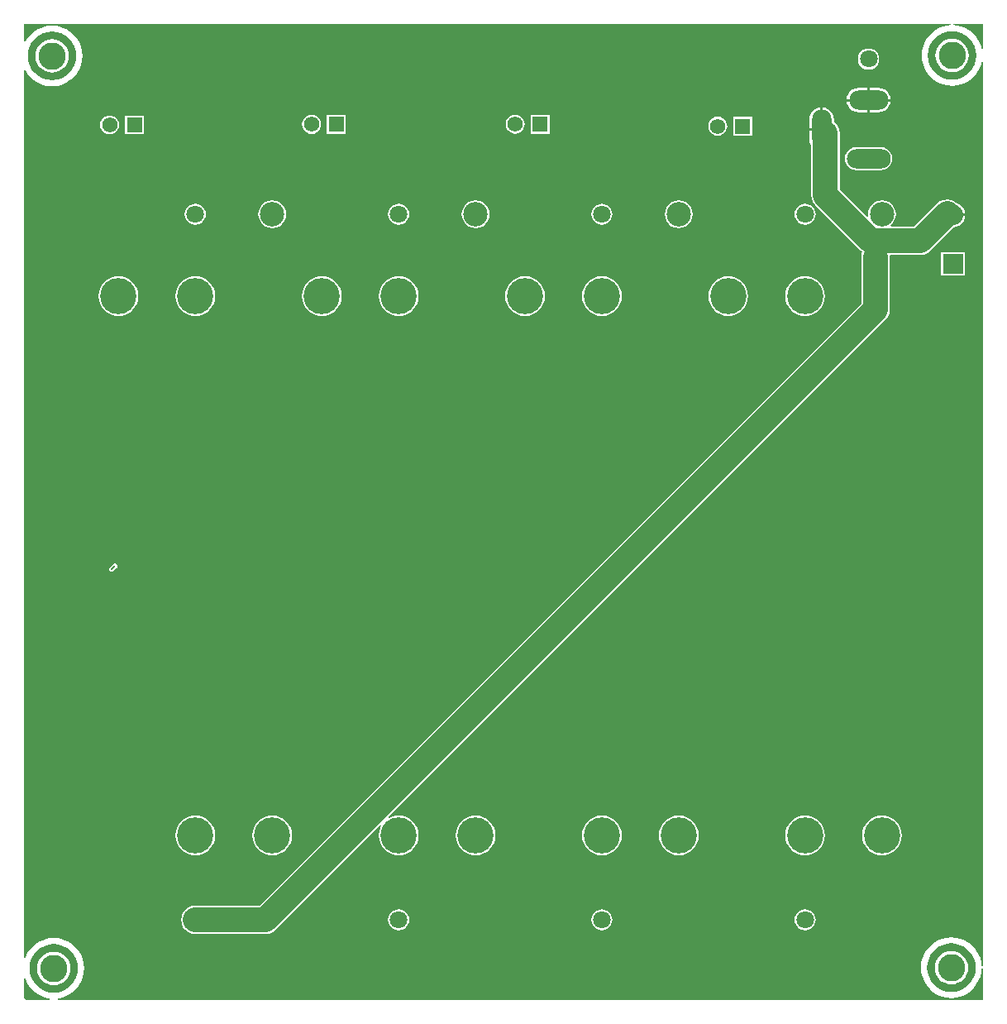
<source format=gtl>
G04*
G04 #@! TF.GenerationSoftware,Altium Limited,Altium Designer,19.1.5 (86)*
G04*
G04 Layer_Physical_Order=1*
G04 Layer_Color=255*
%FSLAX24Y24*%
%MOIN*%
G70*
G01*
G75*
%ADD23C,0.1000*%
%ADD24C,0.0200*%
%ADD25C,0.0070*%
%ADD26C,0.1457*%
%ADD27C,0.0709*%
%ADD28C,0.0984*%
%ADD29C,0.0800*%
%ADD30R,0.0800X0.0800*%
%ADD31O,0.1772X0.0787*%
%ADD32O,0.1575X0.0787*%
%ADD33O,0.0787X0.1575*%
%ADD34R,0.0620X0.0620*%
%ADD35C,0.0620*%
%ADD36C,0.1100*%
G36*
X38660Y38225D02*
X38610Y38219D01*
X38584Y38328D01*
X38510Y38506D01*
X38410Y38669D01*
X38285Y38815D01*
X38139Y38940D01*
X37976Y39040D01*
X37798Y39114D01*
X37611Y39159D01*
X37468Y39170D01*
X37470Y39220D01*
X38660D01*
Y38225D01*
D02*
G37*
G36*
X37611Y38911D02*
X37795Y38855D01*
X37964Y38765D01*
X38113Y38643D01*
X38235Y38494D01*
X38325Y38325D01*
X38381Y38141D01*
X38400Y37950D01*
X38381Y37759D01*
X38325Y37575D01*
X38235Y37406D01*
X38113Y37257D01*
X37964Y37135D01*
X37795Y37045D01*
X37611Y36989D01*
X37420Y36970D01*
X37229Y36989D01*
X37045Y37045D01*
X36876Y37135D01*
X36727Y37257D01*
X36605Y37406D01*
X36515Y37575D01*
X36459Y37759D01*
X36440Y37950D01*
X36459Y38141D01*
X36515Y38325D01*
X36605Y38494D01*
X36727Y38643D01*
X36876Y38765D01*
X37045Y38855D01*
X37229Y38911D01*
X37420Y38930D01*
X37611Y38911D01*
D02*
G37*
G36*
X1321Y38891D02*
X1505Y38835D01*
X1674Y38745D01*
X1823Y38623D01*
X1945Y38474D01*
X2035Y38305D01*
X2091Y38121D01*
X2110Y37930D01*
X2091Y37739D01*
X2035Y37555D01*
X1945Y37386D01*
X1823Y37237D01*
X1674Y37115D01*
X1505Y37025D01*
X1321Y36969D01*
X1130Y36950D01*
X939Y36969D01*
X755Y37025D01*
X586Y37115D01*
X437Y37237D01*
X315Y37386D01*
X225Y37555D01*
X169Y37739D01*
X150Y37930D01*
X169Y38121D01*
X225Y38305D01*
X315Y38474D01*
X437Y38623D01*
X586Y38745D01*
X755Y38835D01*
X939Y38891D01*
X1130Y38910D01*
X1321Y38891D01*
D02*
G37*
G36*
X37372Y39170D02*
X37229Y39159D01*
X37042Y39114D01*
X36864Y39040D01*
X36701Y38940D01*
X36555Y38815D01*
X36430Y38669D01*
X36330Y38506D01*
X36256Y38328D01*
X36211Y38141D01*
X36196Y37950D01*
X36211Y37759D01*
X36256Y37572D01*
X36330Y37394D01*
X36430Y37231D01*
X36555Y37085D01*
X36701Y36960D01*
X36864Y36860D01*
X37042Y36786D01*
X37229Y36741D01*
X37420Y36726D01*
X37611Y36741D01*
X37798Y36786D01*
X37976Y36860D01*
X38139Y36960D01*
X38285Y37085D01*
X38410Y37231D01*
X38510Y37394D01*
X38584Y37572D01*
X38610Y37681D01*
X38660Y37675D01*
X38660Y1240D01*
X38610Y1238D01*
X38599Y1381D01*
X38554Y1568D01*
X38480Y1746D01*
X38380Y1909D01*
X38255Y2055D01*
X38109Y2180D01*
X37946Y2280D01*
X37768Y2354D01*
X37581Y2399D01*
X37390Y2414D01*
X37199Y2399D01*
X37012Y2354D01*
X36834Y2280D01*
X36671Y2180D01*
X36525Y2055D01*
X36400Y1909D01*
X36300Y1746D01*
X36226Y1568D01*
X36181Y1381D01*
X36166Y1190D01*
X36181Y999D01*
X36226Y812D01*
X36300Y634D01*
X36400Y471D01*
X36525Y325D01*
X36671Y200D01*
X36834Y100D01*
X37012Y26D01*
X37199Y-19D01*
X37390Y-34D01*
X37581Y-19D01*
X37768Y26D01*
X37946Y100D01*
X38109Y200D01*
X38255Y325D01*
X38380Y471D01*
X38480Y634D01*
X38554Y812D01*
X38599Y999D01*
X38610Y1142D01*
X38660Y1140D01*
X38660Y-100D01*
X1377Y-100D01*
X1375Y-50D01*
X1391Y-49D01*
X1578Y-4D01*
X1756Y70D01*
X1919Y170D01*
X2065Y295D01*
X2190Y441D01*
X2290Y604D01*
X2364Y782D01*
X2409Y969D01*
X2424Y1160D01*
X2409Y1351D01*
X2364Y1538D01*
X2290Y1716D01*
X2190Y1879D01*
X2065Y2025D01*
X1919Y2150D01*
X1756Y2250D01*
X1578Y2324D01*
X1391Y2369D01*
X1200Y2384D01*
X1009Y2369D01*
X822Y2324D01*
X644Y2250D01*
X481Y2150D01*
X335Y2025D01*
X210Y1879D01*
X110Y1716D01*
X50Y1572D01*
X0Y1582D01*
X0Y37343D01*
X50Y37357D01*
X140Y37211D01*
X265Y37065D01*
X411Y36940D01*
X574Y36840D01*
X752Y36766D01*
X939Y36721D01*
X1130Y36706D01*
X1321Y36721D01*
X1508Y36766D01*
X1686Y36840D01*
X1849Y36940D01*
X1995Y37065D01*
X2120Y37211D01*
X2220Y37374D01*
X2294Y37552D01*
X2339Y37739D01*
X2354Y37930D01*
X2339Y38121D01*
X2294Y38308D01*
X2220Y38486D01*
X2120Y38649D01*
X1995Y38795D01*
X1849Y38920D01*
X1686Y39020D01*
X1508Y39094D01*
X1321Y39139D01*
X1130Y39154D01*
X939Y39139D01*
X752Y39094D01*
X574Y39020D01*
X411Y38920D01*
X265Y38795D01*
X140Y38649D01*
X50Y38503D01*
X0Y38517D01*
Y39220D01*
X37370Y39220D01*
X37372Y39170D01*
D02*
G37*
G36*
X37581Y2151D02*
X37765Y2095D01*
X37934Y2005D01*
X38083Y1883D01*
X38205Y1734D01*
X38295Y1565D01*
X38351Y1381D01*
X38370Y1190D01*
X38351Y999D01*
X38295Y815D01*
X38205Y646D01*
X38083Y497D01*
X37934Y375D01*
X37765Y285D01*
X37581Y229D01*
X37390Y210D01*
X37199Y229D01*
X37015Y285D01*
X36846Y375D01*
X36697Y497D01*
X36575Y646D01*
X36485Y815D01*
X36429Y999D01*
X36410Y1190D01*
X36429Y1381D01*
X36485Y1565D01*
X36575Y1734D01*
X36697Y1883D01*
X36846Y2005D01*
X37015Y2095D01*
X37199Y2151D01*
X37390Y2170D01*
X37581Y2151D01*
D02*
G37*
G36*
X1391Y2121D02*
X1575Y2065D01*
X1744Y1975D01*
X1893Y1853D01*
X2015Y1704D01*
X2105Y1535D01*
X2161Y1351D01*
X2180Y1160D01*
X2161Y969D01*
X2105Y785D01*
X2015Y616D01*
X1893Y467D01*
X1744Y345D01*
X1575Y255D01*
X1391Y199D01*
X1200Y180D01*
X1009Y199D01*
X825Y255D01*
X656Y345D01*
X507Y467D01*
X385Y616D01*
X295Y785D01*
X239Y969D01*
X220Y1160D01*
X239Y1351D01*
X295Y1535D01*
X385Y1704D01*
X507Y1853D01*
X656Y1975D01*
X825Y2065D01*
X1009Y2121D01*
X1200Y2140D01*
X1391Y2121D01*
D02*
G37*
G36*
X110Y604D02*
X210Y441D01*
X335Y295D01*
X481Y170D01*
X644Y70D01*
X822Y-4D01*
X1009Y-49D01*
X1025Y-50D01*
X1023Y-100D01*
X100D01*
X0Y0D01*
Y738D01*
X50Y748D01*
X110Y604D01*
D02*
G37*
%LPC*%
G36*
X37420Y38623D02*
X37289Y38610D01*
X37162Y38572D01*
X37046Y38510D01*
X36944Y38426D01*
X36860Y38324D01*
X36798Y38208D01*
X36760Y38081D01*
X36747Y37950D01*
X36760Y37819D01*
X36798Y37692D01*
X36860Y37576D01*
X36944Y37474D01*
X37046Y37390D01*
X37162Y37328D01*
X37289Y37290D01*
X37420Y37277D01*
X37551Y37290D01*
X37678Y37328D01*
X37794Y37390D01*
X37896Y37474D01*
X37980Y37576D01*
X38042Y37692D01*
X38080Y37819D01*
X38093Y37950D01*
X38080Y38081D01*
X38042Y38208D01*
X37980Y38324D01*
X37896Y38426D01*
X37794Y38510D01*
X37678Y38572D01*
X37551Y38610D01*
X37420Y38623D01*
D02*
G37*
G36*
X1130Y38603D02*
X999Y38590D01*
X872Y38552D01*
X756Y38490D01*
X654Y38406D01*
X570Y38304D01*
X508Y38188D01*
X470Y38061D01*
X457Y37930D01*
X470Y37799D01*
X508Y37672D01*
X570Y37556D01*
X654Y37454D01*
X756Y37370D01*
X872Y37308D01*
X999Y37270D01*
X1130Y37257D01*
X1261Y37270D01*
X1388Y37308D01*
X1504Y37370D01*
X1606Y37454D01*
X1690Y37556D01*
X1752Y37672D01*
X1790Y37799D01*
X1803Y37930D01*
X1790Y38061D01*
X1752Y38188D01*
X1690Y38304D01*
X1606Y38406D01*
X1504Y38490D01*
X1388Y38552D01*
X1261Y38590D01*
X1130Y38603D01*
D02*
G37*
G36*
X34050Y38232D02*
X33939Y38217D01*
X33836Y38174D01*
X33747Y38106D01*
X33679Y38018D01*
X33637Y37914D01*
X33622Y37804D01*
X33637Y37693D01*
X33679Y37590D01*
X33747Y37501D01*
X33836Y37433D01*
X33939Y37390D01*
X34050Y37376D01*
X34161Y37390D01*
X34264Y37433D01*
X34353Y37501D01*
X34421Y37590D01*
X34463Y37693D01*
X34478Y37804D01*
X34463Y37914D01*
X34421Y38018D01*
X34353Y38106D01*
X34264Y38174D01*
X34161Y38217D01*
X34050Y38232D01*
D02*
G37*
G36*
X34444Y36648D02*
X34100D01*
Y36200D01*
X34935D01*
X34925Y36279D01*
X34875Y36399D01*
X34796Y36502D01*
X34693Y36581D01*
X34573Y36631D01*
X34444Y36648D01*
D02*
G37*
G36*
X34000D02*
X33656D01*
X33527Y36631D01*
X33407Y36581D01*
X33304Y36502D01*
X33225Y36399D01*
X33175Y36279D01*
X33165Y36200D01*
X34000D01*
Y36648D01*
D02*
G37*
G36*
X34935Y36100D02*
X34100D01*
Y35652D01*
X34444D01*
X34573Y35669D01*
X34693Y35719D01*
X34796Y35798D01*
X34875Y35901D01*
X34925Y36021D01*
X34935Y36100D01*
D02*
G37*
G36*
X34000D02*
X33165D01*
X33175Y36021D01*
X33225Y35901D01*
X33304Y35798D01*
X33407Y35719D01*
X33527Y35669D01*
X33656Y35652D01*
X34000D01*
Y36100D01*
D02*
G37*
G36*
X32110Y35854D02*
X32031Y35844D01*
X31911Y35794D01*
X31808Y35715D01*
X31729Y35612D01*
X31679Y35491D01*
X31662Y35363D01*
Y35019D01*
X32110D01*
Y35854D01*
D02*
G37*
G36*
X21190Y35560D02*
X20430D01*
Y34800D01*
X21190D01*
Y35560D01*
D02*
G37*
G36*
X19810Y35563D02*
X19711Y35550D01*
X19618Y35512D01*
X19539Y35451D01*
X19478Y35372D01*
X19440Y35279D01*
X19427Y35180D01*
X19440Y35081D01*
X19478Y34988D01*
X19539Y34909D01*
X19618Y34848D01*
X19711Y34810D01*
X19810Y34797D01*
X19909Y34810D01*
X20002Y34848D01*
X20081Y34909D01*
X20142Y34988D01*
X20180Y35081D01*
X20193Y35180D01*
X20180Y35279D01*
X20142Y35372D01*
X20081Y35451D01*
X20002Y35512D01*
X19909Y35550D01*
X19810Y35563D01*
D02*
G37*
G36*
X12970Y35550D02*
X12210D01*
Y34790D01*
X12970D01*
Y35550D01*
D02*
G37*
G36*
X11590Y35553D02*
X11491Y35540D01*
X11398Y35502D01*
X11319Y35441D01*
X11258Y35362D01*
X11220Y35269D01*
X11207Y35170D01*
X11220Y35071D01*
X11258Y34978D01*
X11319Y34899D01*
X11398Y34838D01*
X11491Y34800D01*
X11590Y34787D01*
X11689Y34800D01*
X11782Y34838D01*
X11861Y34899D01*
X11922Y34978D01*
X11960Y35071D01*
X11973Y35170D01*
X11960Y35269D01*
X11922Y35362D01*
X11861Y35441D01*
X11782Y35502D01*
X11689Y35540D01*
X11590Y35553D01*
D02*
G37*
G36*
X4830Y35530D02*
X4070D01*
Y34770D01*
X4830D01*
Y35530D01*
D02*
G37*
G36*
X3450Y35533D02*
X3351Y35520D01*
X3258Y35482D01*
X3179Y35421D01*
X3118Y35342D01*
X3080Y35249D01*
X3067Y35150D01*
X3080Y35051D01*
X3118Y34958D01*
X3179Y34879D01*
X3258Y34818D01*
X3351Y34780D01*
X3450Y34767D01*
X3549Y34780D01*
X3642Y34818D01*
X3721Y34879D01*
X3782Y34958D01*
X3820Y35051D01*
X3833Y35150D01*
X3820Y35249D01*
X3782Y35342D01*
X3721Y35421D01*
X3642Y35482D01*
X3549Y35520D01*
X3450Y35533D01*
D02*
G37*
G36*
X29350Y35480D02*
X28590D01*
Y34720D01*
X29350D01*
Y35480D01*
D02*
G37*
G36*
X27970Y35483D02*
X27871Y35470D01*
X27778Y35432D01*
X27699Y35371D01*
X27638Y35292D01*
X27600Y35199D01*
X27587Y35100D01*
X27600Y35001D01*
X27638Y34908D01*
X27699Y34829D01*
X27778Y34768D01*
X27871Y34730D01*
X27970Y34717D01*
X28069Y34730D01*
X28162Y34768D01*
X28241Y34829D01*
X28302Y34908D01*
X28340Y35001D01*
X28353Y35100D01*
X28340Y35199D01*
X28302Y35292D01*
X28241Y35371D01*
X28162Y35432D01*
X28069Y35470D01*
X27970Y35483D01*
D02*
G37*
G36*
X34542Y34255D02*
X33558D01*
X33437Y34240D01*
X33324Y34193D01*
X33227Y34119D01*
X33153Y34022D01*
X33106Y33909D01*
X33090Y33788D01*
X33106Y33667D01*
X33153Y33554D01*
X33227Y33457D01*
X33324Y33383D01*
X33437Y33336D01*
X33558Y33320D01*
X34542D01*
X34663Y33336D01*
X34776Y33383D01*
X34873Y33457D01*
X34947Y33554D01*
X34994Y33667D01*
X35010Y33788D01*
X34994Y33909D01*
X34947Y34022D01*
X34873Y34119D01*
X34776Y34193D01*
X34663Y34240D01*
X34542Y34255D01*
D02*
G37*
G36*
X31490Y31978D02*
X31379Y31963D01*
X31276Y31921D01*
X31187Y31853D01*
X31119Y31764D01*
X31077Y31661D01*
X31062Y31550D01*
X31077Y31439D01*
X31119Y31336D01*
X31187Y31247D01*
X31276Y31179D01*
X31379Y31137D01*
X31490Y31122D01*
X31601Y31137D01*
X31704Y31179D01*
X31793Y31247D01*
X31861Y31336D01*
X31903Y31439D01*
X31918Y31550D01*
X31903Y31661D01*
X31861Y31764D01*
X31793Y31853D01*
X31704Y31921D01*
X31601Y31963D01*
X31490Y31978D01*
D02*
G37*
G36*
X23300D02*
X23189Y31963D01*
X23086Y31921D01*
X22997Y31853D01*
X22929Y31764D01*
X22887Y31661D01*
X22872Y31550D01*
X22887Y31439D01*
X22929Y31336D01*
X22997Y31247D01*
X23086Y31179D01*
X23189Y31137D01*
X23300Y31122D01*
X23411Y31137D01*
X23514Y31179D01*
X23603Y31247D01*
X23671Y31336D01*
X23713Y31439D01*
X23728Y31550D01*
X23713Y31661D01*
X23671Y31764D01*
X23603Y31853D01*
X23514Y31921D01*
X23411Y31963D01*
X23300Y31978D01*
D02*
G37*
G36*
X15110D02*
X14999Y31963D01*
X14896Y31921D01*
X14807Y31853D01*
X14739Y31764D01*
X14697Y31661D01*
X14682Y31550D01*
X14697Y31439D01*
X14739Y31336D01*
X14807Y31247D01*
X14896Y31179D01*
X14999Y31137D01*
X15110Y31122D01*
X15221Y31137D01*
X15324Y31179D01*
X15413Y31247D01*
X15481Y31336D01*
X15523Y31439D01*
X15538Y31550D01*
X15523Y31661D01*
X15481Y31764D01*
X15413Y31853D01*
X15324Y31921D01*
X15221Y31963D01*
X15110Y31978D01*
D02*
G37*
G36*
X6910D02*
X6799Y31963D01*
X6696Y31921D01*
X6607Y31853D01*
X6539Y31764D01*
X6497Y31661D01*
X6482Y31550D01*
X6497Y31439D01*
X6539Y31336D01*
X6607Y31247D01*
X6696Y31179D01*
X6799Y31137D01*
X6910Y31122D01*
X7021Y31137D01*
X7124Y31179D01*
X7213Y31247D01*
X7281Y31336D01*
X7323Y31439D01*
X7338Y31550D01*
X7323Y31661D01*
X7281Y31764D01*
X7213Y31853D01*
X7124Y31921D01*
X7021Y31963D01*
X6910Y31978D01*
D02*
G37*
G36*
X26398Y32117D02*
X26252Y32098D01*
X26115Y32041D01*
X25998Y31951D01*
X25907Y31833D01*
X25851Y31697D01*
X25831Y31550D01*
X25851Y31403D01*
X25907Y31267D01*
X25998Y31149D01*
X26115Y31059D01*
X26252Y31002D01*
X26398Y30983D01*
X26545Y31002D01*
X26682Y31059D01*
X26799Y31149D01*
X26889Y31267D01*
X26946Y31403D01*
X26965Y31550D01*
X26946Y31697D01*
X26889Y31833D01*
X26799Y31951D01*
X26682Y32041D01*
X26545Y32098D01*
X26398Y32117D01*
D02*
G37*
G36*
X18208D02*
X18062Y32098D01*
X17925Y32041D01*
X17808Y31951D01*
X17717Y31833D01*
X17661Y31697D01*
X17641Y31550D01*
X17661Y31403D01*
X17717Y31267D01*
X17808Y31149D01*
X17925Y31059D01*
X18062Y31002D01*
X18208Y30983D01*
X18355Y31002D01*
X18492Y31059D01*
X18609Y31149D01*
X18699Y31267D01*
X18756Y31403D01*
X18775Y31550D01*
X18756Y31697D01*
X18699Y31833D01*
X18609Y31951D01*
X18492Y32041D01*
X18355Y32098D01*
X18208Y32117D01*
D02*
G37*
G36*
X10008D02*
X9862Y32098D01*
X9725Y32041D01*
X9608Y31951D01*
X9517Y31833D01*
X9461Y31697D01*
X9441Y31550D01*
X9461Y31403D01*
X9517Y31267D01*
X9608Y31149D01*
X9725Y31059D01*
X9862Y31002D01*
X10008Y30983D01*
X10155Y31002D01*
X10292Y31059D01*
X10409Y31149D01*
X10499Y31267D01*
X10556Y31403D01*
X10575Y31550D01*
X10556Y31697D01*
X10499Y31833D01*
X10409Y31951D01*
X10292Y32041D01*
X10155Y32098D01*
X10008Y32117D01*
D02*
G37*
G36*
X37920Y30030D02*
X36980D01*
Y29090D01*
X37920D01*
Y30030D01*
D02*
G37*
G36*
X31490Y29053D02*
X31333Y29038D01*
X31183Y28992D01*
X31044Y28918D01*
X30923Y28818D01*
X30823Y28696D01*
X30749Y28558D01*
X30703Y28407D01*
X30688Y28251D01*
X30703Y28094D01*
X30749Y27944D01*
X30823Y27805D01*
X30923Y27684D01*
X31044Y27584D01*
X31183Y27510D01*
X31333Y27464D01*
X31490Y27449D01*
X31646Y27464D01*
X31797Y27510D01*
X31936Y27584D01*
X32057Y27684D01*
X32157Y27805D01*
X32231Y27944D01*
X32277Y28094D01*
X32292Y28251D01*
X32277Y28407D01*
X32231Y28558D01*
X32157Y28696D01*
X32057Y28818D01*
X31936Y28918D01*
X31797Y28992D01*
X31646Y29038D01*
X31490Y29053D01*
D02*
G37*
G36*
X28392D02*
X28235Y29038D01*
X28085Y28992D01*
X27946Y28918D01*
X27824Y28818D01*
X27725Y28696D01*
X27650Y28558D01*
X27605Y28407D01*
X27589Y28251D01*
X27605Y28094D01*
X27650Y27944D01*
X27725Y27805D01*
X27824Y27684D01*
X27946Y27584D01*
X28085Y27510D01*
X28235Y27464D01*
X28392Y27449D01*
X28548Y27464D01*
X28699Y27510D01*
X28837Y27584D01*
X28959Y27684D01*
X29059Y27805D01*
X29133Y27944D01*
X29178Y28094D01*
X29194Y28251D01*
X29178Y28407D01*
X29133Y28558D01*
X29059Y28696D01*
X28959Y28818D01*
X28837Y28918D01*
X28699Y28992D01*
X28548Y29038D01*
X28392Y29053D01*
D02*
G37*
G36*
X23300D02*
X23143Y29038D01*
X22993Y28992D01*
X22854Y28918D01*
X22733Y28818D01*
X22633Y28696D01*
X22559Y28558D01*
X22513Y28407D01*
X22498Y28251D01*
X22513Y28094D01*
X22559Y27944D01*
X22633Y27805D01*
X22733Y27684D01*
X22854Y27584D01*
X22993Y27510D01*
X23143Y27464D01*
X23300Y27449D01*
X23456Y27464D01*
X23607Y27510D01*
X23746Y27584D01*
X23867Y27684D01*
X23967Y27805D01*
X24041Y27944D01*
X24087Y28094D01*
X24102Y28251D01*
X24087Y28407D01*
X24041Y28558D01*
X23967Y28696D01*
X23867Y28818D01*
X23746Y28918D01*
X23607Y28992D01*
X23456Y29038D01*
X23300Y29053D01*
D02*
G37*
G36*
X20202D02*
X20045Y29038D01*
X19895Y28992D01*
X19756Y28918D01*
X19634Y28818D01*
X19535Y28696D01*
X19460Y28558D01*
X19415Y28407D01*
X19399Y28251D01*
X19415Y28094D01*
X19460Y27944D01*
X19535Y27805D01*
X19634Y27684D01*
X19756Y27584D01*
X19895Y27510D01*
X20045Y27464D01*
X20202Y27449D01*
X20358Y27464D01*
X20509Y27510D01*
X20647Y27584D01*
X20769Y27684D01*
X20869Y27805D01*
X20943Y27944D01*
X20988Y28094D01*
X21004Y28251D01*
X20988Y28407D01*
X20943Y28558D01*
X20869Y28696D01*
X20769Y28818D01*
X20647Y28918D01*
X20509Y28992D01*
X20358Y29038D01*
X20202Y29053D01*
D02*
G37*
G36*
X15110D02*
X14954Y29038D01*
X14803Y28992D01*
X14664Y28918D01*
X14543Y28818D01*
X14443Y28696D01*
X14369Y28558D01*
X14323Y28407D01*
X14308Y28251D01*
X14323Y28094D01*
X14369Y27944D01*
X14443Y27805D01*
X14543Y27684D01*
X14664Y27584D01*
X14803Y27510D01*
X14954Y27464D01*
X15110Y27449D01*
X15266Y27464D01*
X15417Y27510D01*
X15556Y27584D01*
X15677Y27684D01*
X15777Y27805D01*
X15851Y27944D01*
X15897Y28094D01*
X15912Y28251D01*
X15897Y28407D01*
X15851Y28558D01*
X15777Y28696D01*
X15677Y28818D01*
X15556Y28918D01*
X15417Y28992D01*
X15266Y29038D01*
X15110Y29053D01*
D02*
G37*
G36*
X12012D02*
X11855Y29038D01*
X11705Y28992D01*
X11566Y28918D01*
X11444Y28818D01*
X11345Y28696D01*
X11270Y28558D01*
X11225Y28407D01*
X11209Y28251D01*
X11225Y28094D01*
X11270Y27944D01*
X11345Y27805D01*
X11444Y27684D01*
X11566Y27584D01*
X11705Y27510D01*
X11855Y27464D01*
X12012Y27449D01*
X12168Y27464D01*
X12319Y27510D01*
X12457Y27584D01*
X12579Y27684D01*
X12679Y27805D01*
X12753Y27944D01*
X12798Y28094D01*
X12814Y28251D01*
X12798Y28407D01*
X12753Y28558D01*
X12679Y28696D01*
X12579Y28818D01*
X12457Y28918D01*
X12319Y28992D01*
X12168Y29038D01*
X12012Y29053D01*
D02*
G37*
G36*
X6910D02*
X6754Y29038D01*
X6603Y28992D01*
X6464Y28918D01*
X6343Y28818D01*
X6243Y28696D01*
X6169Y28558D01*
X6123Y28407D01*
X6108Y28251D01*
X6123Y28094D01*
X6169Y27944D01*
X6243Y27805D01*
X6343Y27684D01*
X6464Y27584D01*
X6603Y27510D01*
X6754Y27464D01*
X6910Y27449D01*
X7067Y27464D01*
X7217Y27510D01*
X7356Y27584D01*
X7477Y27684D01*
X7577Y27805D01*
X7651Y27944D01*
X7697Y28094D01*
X7712Y28251D01*
X7697Y28407D01*
X7651Y28558D01*
X7577Y28696D01*
X7477Y28818D01*
X7356Y28918D01*
X7217Y28992D01*
X7067Y29038D01*
X6910Y29053D01*
D02*
G37*
G36*
X3812D02*
X3655Y29038D01*
X3505Y28992D01*
X3366Y28918D01*
X3244Y28818D01*
X3145Y28696D01*
X3070Y28558D01*
X3025Y28407D01*
X3009Y28251D01*
X3025Y28094D01*
X3070Y27944D01*
X3145Y27805D01*
X3244Y27684D01*
X3366Y27584D01*
X3505Y27510D01*
X3655Y27464D01*
X3812Y27449D01*
X3968Y27464D01*
X4119Y27510D01*
X4257Y27584D01*
X4379Y27684D01*
X4479Y27805D01*
X4553Y27944D01*
X4598Y28094D01*
X4614Y28251D01*
X4598Y28407D01*
X4553Y28558D01*
X4479Y28696D01*
X4379Y28818D01*
X4257Y28918D01*
X4119Y28992D01*
X3968Y29038D01*
X3812Y29053D01*
D02*
G37*
G36*
X3661Y17477D02*
X3620Y17469D01*
X3586Y17446D01*
X3465Y17325D01*
X3442Y17290D01*
X3434Y17249D01*
X3442Y17208D01*
X3465Y17174D01*
X3500Y17151D01*
X3541Y17142D01*
X3582Y17151D01*
X3616Y17174D01*
X3737Y17294D01*
X3760Y17329D01*
X3768Y17370D01*
X3760Y17411D01*
X3737Y17446D01*
X3702Y17469D01*
X3661Y17477D01*
D02*
G37*
G36*
X34588Y7321D02*
X34432Y7305D01*
X34281Y7260D01*
X34143Y7186D01*
X34021Y7086D01*
X33921Y6964D01*
X33847Y6826D01*
X33802Y6675D01*
X33786Y6518D01*
X33802Y6362D01*
X33847Y6212D01*
X33921Y6073D01*
X34021Y5951D01*
X34143Y5851D01*
X34281Y5777D01*
X34432Y5732D01*
X34588Y5716D01*
X34745Y5732D01*
X34895Y5777D01*
X35034Y5851D01*
X35156Y5951D01*
X35255Y6073D01*
X35330Y6212D01*
X35375Y6362D01*
X35391Y6518D01*
X35375Y6675D01*
X35330Y6826D01*
X35255Y6964D01*
X35156Y7086D01*
X35034Y7186D01*
X34895Y7260D01*
X34745Y7305D01*
X34588Y7321D01*
D02*
G37*
G36*
X31490D02*
X31333Y7305D01*
X31183Y7260D01*
X31044Y7186D01*
X30923Y7086D01*
X30823Y6964D01*
X30749Y6826D01*
X30703Y6675D01*
X30688Y6518D01*
X30703Y6362D01*
X30749Y6212D01*
X30823Y6073D01*
X30923Y5951D01*
X31044Y5851D01*
X31183Y5777D01*
X31333Y5732D01*
X31490Y5716D01*
X31646Y5732D01*
X31797Y5777D01*
X31936Y5851D01*
X32057Y5951D01*
X32157Y6073D01*
X32231Y6212D01*
X32277Y6362D01*
X32292Y6518D01*
X32277Y6675D01*
X32231Y6826D01*
X32157Y6964D01*
X32057Y7086D01*
X31936Y7186D01*
X31797Y7260D01*
X31646Y7305D01*
X31490Y7321D01*
D02*
G37*
G36*
X26398D02*
X26242Y7305D01*
X26091Y7260D01*
X25953Y7186D01*
X25831Y7086D01*
X25731Y6964D01*
X25657Y6826D01*
X25612Y6675D01*
X25596Y6518D01*
X25612Y6362D01*
X25657Y6212D01*
X25731Y6073D01*
X25831Y5951D01*
X25953Y5851D01*
X26091Y5777D01*
X26242Y5732D01*
X26398Y5716D01*
X26555Y5732D01*
X26705Y5777D01*
X26844Y5851D01*
X26966Y5951D01*
X27065Y6073D01*
X27140Y6212D01*
X27185Y6362D01*
X27201Y6518D01*
X27185Y6675D01*
X27140Y6826D01*
X27065Y6964D01*
X26966Y7086D01*
X26844Y7186D01*
X26705Y7260D01*
X26555Y7305D01*
X26398Y7321D01*
D02*
G37*
G36*
X23300D02*
X23143Y7305D01*
X22993Y7260D01*
X22854Y7186D01*
X22733Y7086D01*
X22633Y6964D01*
X22559Y6826D01*
X22513Y6675D01*
X22498Y6518D01*
X22513Y6362D01*
X22559Y6212D01*
X22633Y6073D01*
X22733Y5951D01*
X22854Y5851D01*
X22993Y5777D01*
X23143Y5732D01*
X23300Y5716D01*
X23456Y5732D01*
X23607Y5777D01*
X23746Y5851D01*
X23867Y5951D01*
X23967Y6073D01*
X24041Y6212D01*
X24087Y6362D01*
X24102Y6518D01*
X24087Y6675D01*
X24041Y6826D01*
X23967Y6964D01*
X23867Y7086D01*
X23746Y7186D01*
X23607Y7260D01*
X23456Y7305D01*
X23300Y7321D01*
D02*
G37*
G36*
X18208D02*
X18052Y7305D01*
X17901Y7260D01*
X17763Y7186D01*
X17641Y7086D01*
X17541Y6964D01*
X17467Y6826D01*
X17422Y6675D01*
X17406Y6518D01*
X17422Y6362D01*
X17467Y6212D01*
X17541Y6073D01*
X17641Y5951D01*
X17763Y5851D01*
X17901Y5777D01*
X18052Y5732D01*
X18208Y5716D01*
X18365Y5732D01*
X18515Y5777D01*
X18654Y5851D01*
X18776Y5951D01*
X18875Y6073D01*
X18950Y6212D01*
X18995Y6362D01*
X19011Y6518D01*
X18995Y6675D01*
X18950Y6826D01*
X18875Y6964D01*
X18776Y7086D01*
X18654Y7186D01*
X18515Y7260D01*
X18365Y7305D01*
X18208Y7321D01*
D02*
G37*
G36*
X32210Y35854D02*
Y34969D01*
X32160D01*
Y34919D01*
X31662D01*
Y34575D01*
X31679Y34446D01*
X31729Y34326D01*
X31735Y34318D01*
Y32326D01*
X31755Y32178D01*
X31812Y32039D01*
X31903Y31920D01*
X33742Y30081D01*
X33799Y30038D01*
X33775Y29979D01*
X33755Y29830D01*
Y27948D01*
X20663Y14857D01*
X9498Y3691D01*
X6908D01*
X6760Y3671D01*
X6621Y3614D01*
X6502Y3523D01*
X6411Y3404D01*
X6353Y3265D01*
X6334Y3116D01*
X6353Y2967D01*
X6411Y2829D01*
X6502Y2710D01*
X6621Y2618D01*
X6760Y2561D01*
X6908Y2541D01*
X9736D01*
X9885Y2561D01*
X10024Y2618D01*
X10143Y2710D01*
X14374Y6941D01*
X14414Y6911D01*
X14369Y6826D01*
X14323Y6675D01*
X14308Y6518D01*
X14323Y6362D01*
X14369Y6212D01*
X14443Y6073D01*
X14543Y5951D01*
X14664Y5851D01*
X14803Y5777D01*
X14954Y5732D01*
X15110Y5716D01*
X15266Y5732D01*
X15417Y5777D01*
X15556Y5851D01*
X15677Y5951D01*
X15777Y6073D01*
X15851Y6212D01*
X15897Y6362D01*
X15912Y6518D01*
X15897Y6675D01*
X15851Y6826D01*
X15777Y6964D01*
X15677Y7086D01*
X15556Y7186D01*
X15417Y7260D01*
X15266Y7305D01*
X15110Y7321D01*
X14954Y7305D01*
X14803Y7260D01*
X14718Y7214D01*
X14688Y7255D01*
X21477Y14043D01*
X34737Y27303D01*
X34828Y27423D01*
X34885Y27561D01*
X34905Y27710D01*
Y29830D01*
X34899Y29875D01*
X34932Y29913D01*
X36138D01*
X36287Y29933D01*
X36425Y29990D01*
X36544Y30081D01*
X37493Y31030D01*
X37581Y31041D01*
X37702Y31092D01*
X37807Y31172D01*
X37887Y31276D01*
X37937Y31398D01*
X37948Y31479D01*
X37450D01*
Y31579D01*
X37948D01*
X37937Y31659D01*
X37887Y31781D01*
X37807Y31885D01*
X37702Y31965D01*
X37581Y32016D01*
X37575Y32016D01*
X37507Y32068D01*
X37369Y32125D01*
X37220Y32145D01*
X37071Y32125D01*
X36933Y32068D01*
X36813Y31977D01*
X35900Y31063D01*
X34955D01*
X34939Y31110D01*
X34989Y31149D01*
X35079Y31267D01*
X35136Y31403D01*
X35155Y31550D01*
X35136Y31697D01*
X35079Y31833D01*
X34989Y31951D01*
X34872Y32041D01*
X34735Y32098D01*
X34588Y32117D01*
X34442Y32098D01*
X34305Y32041D01*
X34188Y31951D01*
X34097Y31833D01*
X34041Y31697D01*
X34021Y31550D01*
X34030Y31487D01*
X33985Y31464D01*
X32885Y32564D01*
Y34819D01*
X32865Y34968D01*
X32808Y35107D01*
X32717Y35226D01*
X32658Y35270D01*
Y35363D01*
X32641Y35491D01*
X32591Y35612D01*
X32512Y35715D01*
X32409Y35794D01*
X32289Y35844D01*
X32210Y35854D01*
D02*
G37*
G36*
X10008Y7321D02*
X9852Y7305D01*
X9701Y7260D01*
X9563Y7186D01*
X9441Y7086D01*
X9341Y6964D01*
X9267Y6826D01*
X9222Y6675D01*
X9206Y6518D01*
X9222Y6362D01*
X9267Y6212D01*
X9341Y6073D01*
X9441Y5951D01*
X9563Y5851D01*
X9701Y5777D01*
X9852Y5732D01*
X10008Y5716D01*
X10165Y5732D01*
X10315Y5777D01*
X10454Y5851D01*
X10576Y5951D01*
X10675Y6073D01*
X10750Y6212D01*
X10795Y6362D01*
X10811Y6518D01*
X10795Y6675D01*
X10750Y6826D01*
X10675Y6964D01*
X10576Y7086D01*
X10454Y7186D01*
X10315Y7260D01*
X10165Y7305D01*
X10008Y7321D01*
D02*
G37*
G36*
X6910D02*
X6754Y7305D01*
X6603Y7260D01*
X6464Y7186D01*
X6343Y7086D01*
X6243Y6964D01*
X6169Y6826D01*
X6123Y6675D01*
X6108Y6518D01*
X6123Y6362D01*
X6169Y6212D01*
X6243Y6073D01*
X6343Y5951D01*
X6464Y5851D01*
X6603Y5777D01*
X6754Y5732D01*
X6910Y5716D01*
X7067Y5732D01*
X7217Y5777D01*
X7356Y5851D01*
X7477Y5951D01*
X7577Y6073D01*
X7651Y6212D01*
X7697Y6362D01*
X7712Y6518D01*
X7697Y6675D01*
X7651Y6826D01*
X7577Y6964D01*
X7477Y7086D01*
X7356Y7186D01*
X7217Y7260D01*
X7067Y7305D01*
X6910Y7321D01*
D02*
G37*
G36*
X31490Y3545D02*
X31379Y3530D01*
X31276Y3488D01*
X31187Y3420D01*
X31119Y3331D01*
X31077Y3228D01*
X31062Y3117D01*
X31077Y3006D01*
X31119Y2903D01*
X31187Y2814D01*
X31276Y2746D01*
X31379Y2704D01*
X31490Y2689D01*
X31601Y2704D01*
X31704Y2746D01*
X31793Y2814D01*
X31861Y2903D01*
X31903Y3006D01*
X31918Y3117D01*
X31903Y3228D01*
X31861Y3331D01*
X31793Y3420D01*
X31704Y3488D01*
X31601Y3530D01*
X31490Y3545D01*
D02*
G37*
G36*
X23300D02*
X23189Y3530D01*
X23086Y3488D01*
X22997Y3420D01*
X22929Y3331D01*
X22887Y3228D01*
X22872Y3117D01*
X22887Y3006D01*
X22929Y2903D01*
X22997Y2814D01*
X23086Y2746D01*
X23189Y2704D01*
X23300Y2689D01*
X23411Y2704D01*
X23514Y2746D01*
X23603Y2814D01*
X23671Y2903D01*
X23713Y3006D01*
X23728Y3117D01*
X23713Y3228D01*
X23671Y3331D01*
X23603Y3420D01*
X23514Y3488D01*
X23411Y3530D01*
X23300Y3545D01*
D02*
G37*
G36*
X15110D02*
X14999Y3530D01*
X14896Y3488D01*
X14807Y3420D01*
X14739Y3331D01*
X14697Y3228D01*
X14682Y3117D01*
X14697Y3006D01*
X14739Y2903D01*
X14807Y2814D01*
X14896Y2746D01*
X14999Y2704D01*
X15110Y2689D01*
X15221Y2704D01*
X15324Y2746D01*
X15413Y2814D01*
X15481Y2903D01*
X15523Y3006D01*
X15538Y3117D01*
X15523Y3228D01*
X15481Y3331D01*
X15413Y3420D01*
X15324Y3488D01*
X15221Y3530D01*
X15110Y3545D01*
D02*
G37*
G36*
X37390Y1863D02*
X37259Y1850D01*
X37132Y1812D01*
X37016Y1750D01*
X36914Y1666D01*
X36830Y1564D01*
X36768Y1448D01*
X36730Y1321D01*
X36717Y1190D01*
X36730Y1059D01*
X36768Y932D01*
X36830Y816D01*
X36914Y714D01*
X37016Y630D01*
X37132Y568D01*
X37259Y530D01*
X37390Y517D01*
X37521Y530D01*
X37648Y568D01*
X37764Y630D01*
X37866Y714D01*
X37950Y816D01*
X38012Y932D01*
X38050Y1059D01*
X38063Y1190D01*
X38050Y1321D01*
X38012Y1448D01*
X37950Y1564D01*
X37866Y1666D01*
X37764Y1750D01*
X37648Y1812D01*
X37521Y1850D01*
X37390Y1863D01*
D02*
G37*
G36*
X1200Y1833D02*
X1069Y1820D01*
X942Y1782D01*
X826Y1720D01*
X724Y1636D01*
X640Y1534D01*
X578Y1418D01*
X540Y1291D01*
X527Y1160D01*
X540Y1029D01*
X578Y902D01*
X640Y786D01*
X724Y684D01*
X826Y600D01*
X942Y538D01*
X1069Y500D01*
X1200Y487D01*
X1331Y500D01*
X1458Y538D01*
X1574Y600D01*
X1676Y684D01*
X1760Y786D01*
X1822Y902D01*
X1860Y1029D01*
X1873Y1160D01*
X1860Y1291D01*
X1822Y1418D01*
X1760Y1534D01*
X1676Y1636D01*
X1574Y1720D01*
X1458Y1782D01*
X1331Y1820D01*
X1200Y1833D01*
D02*
G37*
%LPD*%
D23*
X6908Y3116D02*
X9736D01*
X32310Y32326D02*
Y34819D01*
Y32326D02*
X34148Y30488D01*
X34330Y27710D02*
Y29830D01*
X21070Y14450D02*
X34330Y27710D01*
X34148Y30488D02*
X36138D01*
X37220Y31570D01*
X9736Y3116D02*
X21070Y14450D01*
D24*
X32160Y34969D02*
X32310Y34819D01*
D25*
X32160Y34969D02*
Y35520D01*
X34050Y36150D02*
X34444D01*
X3541Y17249D02*
X3661Y17370D01*
D26*
X6910Y6518D02*
D03*
Y28251D02*
D03*
X10008Y6518D02*
D03*
X3812Y28251D02*
D03*
X15110Y6518D02*
D03*
Y28251D02*
D03*
X18208Y6518D02*
D03*
X12012Y28251D02*
D03*
X23300Y6518D02*
D03*
Y28251D02*
D03*
X26398Y6518D02*
D03*
X20202Y28251D02*
D03*
X31490Y6518D02*
D03*
Y28251D02*
D03*
X34588Y6518D02*
D03*
X28392Y28251D02*
D03*
D27*
X6910Y3117D02*
D03*
Y31550D02*
D03*
X15110Y3117D02*
D03*
Y31550D02*
D03*
X23300Y3117D02*
D03*
Y31550D02*
D03*
X31490Y3117D02*
D03*
Y31550D02*
D03*
X34050Y37804D02*
D03*
D28*
X10008Y31550D02*
D03*
X18208D02*
D03*
X26398D02*
D03*
X34588D02*
D03*
D29*
X37450Y31528D02*
D03*
D30*
Y29560D02*
D03*
D31*
X34050Y33788D02*
D03*
D32*
Y36150D02*
D03*
D33*
X32160Y34969D02*
D03*
D34*
X28970Y35100D02*
D03*
X20810Y35180D02*
D03*
X4450Y35150D02*
D03*
X12590Y35170D02*
D03*
D35*
X27970Y35100D02*
D03*
X19810Y35180D02*
D03*
X3450Y35150D02*
D03*
X11590Y35170D02*
D03*
D36*
X37420Y37950D02*
D03*
X37390Y1190D02*
D03*
X1200Y1160D02*
D03*
X1130Y37930D02*
D03*
M02*

</source>
